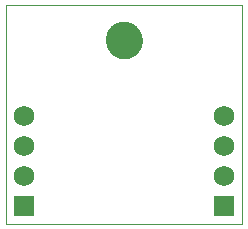
<source format=gbs>
G75*
%MOIN*%
%OFA0B0*%
%FSLAX25Y25*%
%IPPOS*%
%LPD*%
%AMOC8*
5,1,8,0,0,1.08239X$1,22.5*
%
%ADD10C,0.00000*%
%ADD11C,0.12211*%
%ADD12R,0.06900X0.06900*%
%ADD13C,0.06900*%
D10*
X0001750Y0001350D02*
X0001750Y0074185D01*
X0080490Y0074185D01*
X0080490Y0001350D01*
X0001750Y0001350D01*
X0035214Y0062374D02*
X0035216Y0062527D01*
X0035222Y0062681D01*
X0035232Y0062834D01*
X0035246Y0062986D01*
X0035264Y0063139D01*
X0035286Y0063290D01*
X0035311Y0063441D01*
X0035341Y0063592D01*
X0035375Y0063742D01*
X0035412Y0063890D01*
X0035453Y0064038D01*
X0035498Y0064184D01*
X0035547Y0064330D01*
X0035600Y0064474D01*
X0035656Y0064616D01*
X0035716Y0064757D01*
X0035780Y0064897D01*
X0035847Y0065035D01*
X0035918Y0065171D01*
X0035993Y0065305D01*
X0036070Y0065437D01*
X0036152Y0065567D01*
X0036236Y0065695D01*
X0036324Y0065821D01*
X0036415Y0065944D01*
X0036509Y0066065D01*
X0036607Y0066183D01*
X0036707Y0066299D01*
X0036811Y0066412D01*
X0036917Y0066523D01*
X0037026Y0066631D01*
X0037138Y0066736D01*
X0037252Y0066837D01*
X0037370Y0066936D01*
X0037489Y0067032D01*
X0037611Y0067125D01*
X0037736Y0067214D01*
X0037863Y0067301D01*
X0037992Y0067383D01*
X0038123Y0067463D01*
X0038256Y0067539D01*
X0038391Y0067612D01*
X0038528Y0067681D01*
X0038667Y0067746D01*
X0038807Y0067808D01*
X0038949Y0067866D01*
X0039092Y0067921D01*
X0039237Y0067972D01*
X0039383Y0068019D01*
X0039530Y0068062D01*
X0039678Y0068101D01*
X0039827Y0068137D01*
X0039977Y0068168D01*
X0040128Y0068196D01*
X0040279Y0068220D01*
X0040432Y0068240D01*
X0040584Y0068256D01*
X0040737Y0068268D01*
X0040890Y0068276D01*
X0041043Y0068280D01*
X0041197Y0068280D01*
X0041350Y0068276D01*
X0041503Y0068268D01*
X0041656Y0068256D01*
X0041808Y0068240D01*
X0041961Y0068220D01*
X0042112Y0068196D01*
X0042263Y0068168D01*
X0042413Y0068137D01*
X0042562Y0068101D01*
X0042710Y0068062D01*
X0042857Y0068019D01*
X0043003Y0067972D01*
X0043148Y0067921D01*
X0043291Y0067866D01*
X0043433Y0067808D01*
X0043573Y0067746D01*
X0043712Y0067681D01*
X0043849Y0067612D01*
X0043984Y0067539D01*
X0044117Y0067463D01*
X0044248Y0067383D01*
X0044377Y0067301D01*
X0044504Y0067214D01*
X0044629Y0067125D01*
X0044751Y0067032D01*
X0044870Y0066936D01*
X0044988Y0066837D01*
X0045102Y0066736D01*
X0045214Y0066631D01*
X0045323Y0066523D01*
X0045429Y0066412D01*
X0045533Y0066299D01*
X0045633Y0066183D01*
X0045731Y0066065D01*
X0045825Y0065944D01*
X0045916Y0065821D01*
X0046004Y0065695D01*
X0046088Y0065567D01*
X0046170Y0065437D01*
X0046247Y0065305D01*
X0046322Y0065171D01*
X0046393Y0065035D01*
X0046460Y0064897D01*
X0046524Y0064757D01*
X0046584Y0064616D01*
X0046640Y0064474D01*
X0046693Y0064330D01*
X0046742Y0064184D01*
X0046787Y0064038D01*
X0046828Y0063890D01*
X0046865Y0063742D01*
X0046899Y0063592D01*
X0046929Y0063441D01*
X0046954Y0063290D01*
X0046976Y0063139D01*
X0046994Y0062986D01*
X0047008Y0062834D01*
X0047018Y0062681D01*
X0047024Y0062527D01*
X0047026Y0062374D01*
X0047024Y0062221D01*
X0047018Y0062067D01*
X0047008Y0061914D01*
X0046994Y0061762D01*
X0046976Y0061609D01*
X0046954Y0061458D01*
X0046929Y0061307D01*
X0046899Y0061156D01*
X0046865Y0061006D01*
X0046828Y0060858D01*
X0046787Y0060710D01*
X0046742Y0060564D01*
X0046693Y0060418D01*
X0046640Y0060274D01*
X0046584Y0060132D01*
X0046524Y0059991D01*
X0046460Y0059851D01*
X0046393Y0059713D01*
X0046322Y0059577D01*
X0046247Y0059443D01*
X0046170Y0059311D01*
X0046088Y0059181D01*
X0046004Y0059053D01*
X0045916Y0058927D01*
X0045825Y0058804D01*
X0045731Y0058683D01*
X0045633Y0058565D01*
X0045533Y0058449D01*
X0045429Y0058336D01*
X0045323Y0058225D01*
X0045214Y0058117D01*
X0045102Y0058012D01*
X0044988Y0057911D01*
X0044870Y0057812D01*
X0044751Y0057716D01*
X0044629Y0057623D01*
X0044504Y0057534D01*
X0044377Y0057447D01*
X0044248Y0057365D01*
X0044117Y0057285D01*
X0043984Y0057209D01*
X0043849Y0057136D01*
X0043712Y0057067D01*
X0043573Y0057002D01*
X0043433Y0056940D01*
X0043291Y0056882D01*
X0043148Y0056827D01*
X0043003Y0056776D01*
X0042857Y0056729D01*
X0042710Y0056686D01*
X0042562Y0056647D01*
X0042413Y0056611D01*
X0042263Y0056580D01*
X0042112Y0056552D01*
X0041961Y0056528D01*
X0041808Y0056508D01*
X0041656Y0056492D01*
X0041503Y0056480D01*
X0041350Y0056472D01*
X0041197Y0056468D01*
X0041043Y0056468D01*
X0040890Y0056472D01*
X0040737Y0056480D01*
X0040584Y0056492D01*
X0040432Y0056508D01*
X0040279Y0056528D01*
X0040128Y0056552D01*
X0039977Y0056580D01*
X0039827Y0056611D01*
X0039678Y0056647D01*
X0039530Y0056686D01*
X0039383Y0056729D01*
X0039237Y0056776D01*
X0039092Y0056827D01*
X0038949Y0056882D01*
X0038807Y0056940D01*
X0038667Y0057002D01*
X0038528Y0057067D01*
X0038391Y0057136D01*
X0038256Y0057209D01*
X0038123Y0057285D01*
X0037992Y0057365D01*
X0037863Y0057447D01*
X0037736Y0057534D01*
X0037611Y0057623D01*
X0037489Y0057716D01*
X0037370Y0057812D01*
X0037252Y0057911D01*
X0037138Y0058012D01*
X0037026Y0058117D01*
X0036917Y0058225D01*
X0036811Y0058336D01*
X0036707Y0058449D01*
X0036607Y0058565D01*
X0036509Y0058683D01*
X0036415Y0058804D01*
X0036324Y0058927D01*
X0036236Y0059053D01*
X0036152Y0059181D01*
X0036070Y0059311D01*
X0035993Y0059443D01*
X0035918Y0059577D01*
X0035847Y0059713D01*
X0035780Y0059851D01*
X0035716Y0059991D01*
X0035656Y0060132D01*
X0035600Y0060274D01*
X0035547Y0060418D01*
X0035498Y0060564D01*
X0035453Y0060710D01*
X0035412Y0060858D01*
X0035375Y0061006D01*
X0035341Y0061156D01*
X0035311Y0061307D01*
X0035286Y0061458D01*
X0035264Y0061609D01*
X0035246Y0061762D01*
X0035232Y0061914D01*
X0035222Y0062067D01*
X0035216Y0062221D01*
X0035214Y0062374D01*
D11*
X0041120Y0062374D03*
D12*
X0007656Y0007216D03*
X0074585Y0007216D03*
D13*
X0074585Y0017216D03*
X0074585Y0027216D03*
X0074585Y0037216D03*
X0007656Y0037216D03*
X0007656Y0027216D03*
X0007656Y0017216D03*
M02*

</source>
